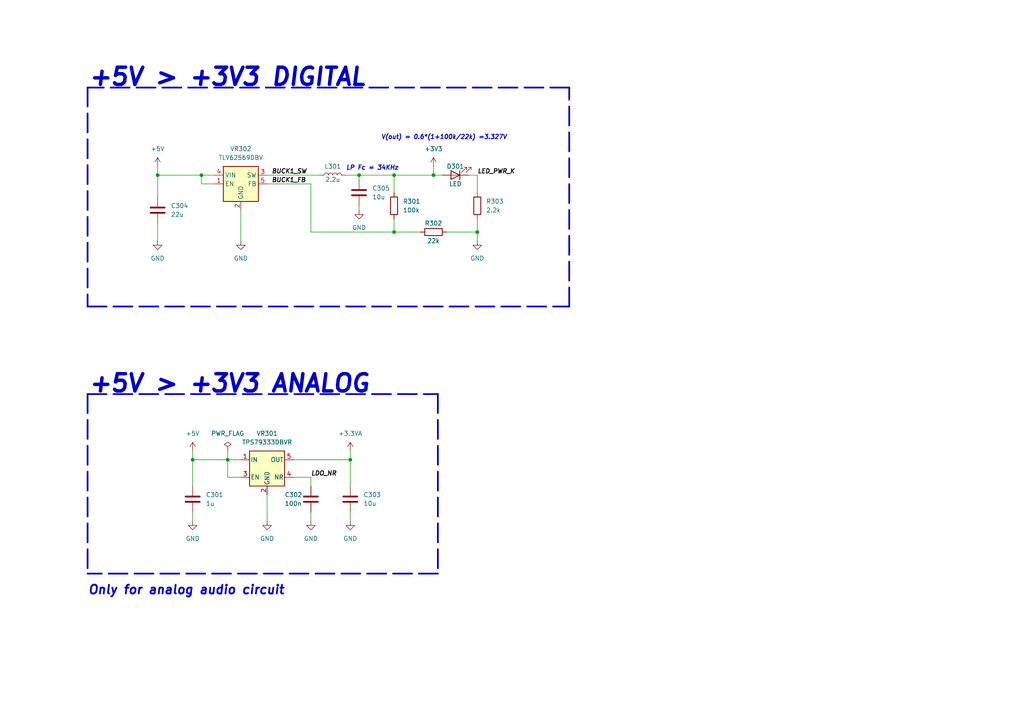
<source format=kicad_sch>
(kicad_sch (version 20211123) (generator eeschema)
  (paper "A4")
  (lib_symbols
    (symbol "MY CAPACITOR LIBRARY:CC0603KRX7R9BB104" (pin_numbers hide) (pin_names (offset 0.254))
      (property "Reference" "C6" (at -5.08 1.27 0))
      (property "Value" "CC0603KRX7R9BB104" (at -8.89 -1.27 0))
      (symbol "CC0603KRX7R9BB104_0_1"
        (polyline (pts (xy -2.032 -0.762) (xy 2.032 -0.762)) (stroke (width 0.508)))
        (polyline (pts (xy -2.032 0.762) (xy 2.032 0.762)) (stroke (width 0.508)))
      )
      (symbol "CC0603KRX7R9BB104_1_1"
        (pin passive line (at 0 3.81 270) (length 2.794) (name "~") (number "1"))
        (pin passive line (at 0 -3.81 90) (length 2.794) (name "~") (number "2"))
      )
    )
    (symbol "MY CAPACITOR LIBRARY:CL10A105KB8NNNC" (pin_numbers hide) (pin_names (offset 0.254))
      (property "Reference" "C5" (at 3.81 1.2701 0))
      (property "Value" "CL10A105KB8NNNC" (at 3.81 -1.2699 0))
      (symbol "CL10A105KB8NNNC_0_1"
        (polyline (pts (xy -2.032 -0.762) (xy 2.032 -0.762)) (stroke (width 0.508)))
        (polyline (pts (xy -2.032 0.762) (xy 2.032 0.762)) (stroke (width 0.508)))
      )
      (symbol "CL10A105KB8NNNC_1_1"
        (pin passive line (at 0 3.81 270) (length 2.794) (name "~") (number "1"))
        (pin passive line (at 0 -3.81 90) (length 2.794) (name "~") (number "2"))
      )
    )
    (symbol "MY CAPACITOR LIBRARY:CL10A106KP8NNNC" (pin_numbers hide) (pin_names (offset 0.254))
      (property "Reference" "C5" (at 3.81 1.2701 0))
      (property "Value" "CL10A106KP8NNNC" (at 3.81 -1.2699 0))
      (symbol "CL10A106KP8NNNC_0_1"
        (polyline (pts (xy -2.032 -0.762) (xy 2.032 -0.762)) (stroke (width 0.508)))
        (polyline (pts (xy -2.032 0.762) (xy 2.032 0.762)) (stroke (width 0.508)))
      )
      (symbol "CL10A106KP8NNNC_1_1"
        (pin passive line (at 0 3.81 270) (length 2.794) (name "~") (number "1"))
        (pin passive line (at 0 -3.81 90) (length 2.794) (name "~") (number "2"))
      )
    )
    (symbol "MY CAPACITOR LIBRARY:CL10A106MA8NRNC" (pin_numbers hide) (pin_names (offset 0.254))
      (property "Reference" "C7" (at 3.81 1.2701 0))
      (property "Value" "CL10A106MA8NRNC" (at 3.81 -1.2699 0))
      (symbol "CL10A106MA8NRNC_0_1"
        (polyline (pts (xy -2.032 -0.762) (xy 2.032 -0.762)) (stroke (width 0.508)))
        (polyline (pts (xy -2.032 0.762) (xy 2.032 0.762)) (stroke (width 0.508)))
      )
      (symbol "CL10A106MA8NRNC_1_1"
        (pin passive line (at 0 3.81 270) (length 2.794) (name "~") (number "1"))
        (pin passive line (at 0 -3.81 90) (length 2.794) (name "~") (number "2"))
      )
    )
    (symbol "MY CAPACITOR LIBRARY:CL10A226MQ8NRNC" (pin_numbers hide) (pin_names (offset 0.254))
      (property "Reference" "C3" (at 1.27 2.54 0))
      (property "Value" "CL10A226MQ8NRNC" (at 1.27 -2.54 0))
      (symbol "CL10A226MQ8NRNC_0_1"
        (polyline (pts (xy -2.032 -0.762) (xy 2.032 -0.762)) (stroke (width 0.508)))
        (polyline (pts (xy -2.032 0.762) (xy 2.032 0.762)) (stroke (width 0.508)))
      )
      (symbol "CL10A226MQ8NRNC_1_1"
        (pin passive line (at 0 3.81 270) (length 2.794) (name "~") (number "1"))
        (pin passive line (at 0 -3.81 90) (length 2.794) (name "~") (number "2"))
      )
    )
    (symbol "MY INDUCTOR LIBRARY:CD32YP0302-2R2M" (pin_numbers hide) (pin_names (offset 1.016) hide)
      (property "Reference" "L1" (at 0 2.54 0))
      (property "Value" "CD32YP0302-2R2M" (at 1.27 -2.54 0))
      (symbol "CD32YP0302-2R2M_0_1"
        (arc (start -1.27 0) (mid -1.905 0.635) (end -2.54 0))
        (arc (start 0 0) (mid -0.635 0.635) (end -1.27 0))
        (arc (start 1.27 0) (mid 0.635 0.635) (end 0 0))
        (arc (start 2.54 0) (mid 1.905 0.635) (end 1.27 0))
      )
      (symbol "CD32YP0302-2R2M_1_1"
        (pin passive line (at -3.81 0 0) (length 1.27) (name "1") (number "1"))
        (pin passive line (at 3.81 0 180) (length 1.27) (name "2") (number "2"))
      )
    )
    (symbol "MY LED LIBRARY:LED" (pin_numbers hide) (pin_names (offset 1.016) hide)
      (property "Reference" "D" (at 0 2.54 0))
      (property "Value" "LED" (at 0 -2.54 0))
      (symbol "LED_0_1"
        (polyline (pts (xy -1.27 -1.27) (xy -1.27 1.27)) (stroke (width 0.254)))
        (polyline (pts (xy -1.27 0) (xy 1.27 0)))
        (polyline (pts (xy 1.27 -1.27) (xy 1.27 1.27) (xy -1.27 0) (xy 1.27 -1.27)) (stroke (width 0.254)))
        (polyline (pts (xy -3.048 -0.762) (xy -4.572 -2.286) (xy -3.81 -2.286) (xy -4.572 -2.286) (xy -4.572 -1.524)))
        (polyline (pts (xy -1.778 -0.762) (xy -3.302 -2.286) (xy -2.54 -2.286) (xy -3.302 -2.286) (xy -3.302 -1.524)))
      )
      (symbol "LED_1_1"
        (pin passive line (at -3.81 0 0) (length 2.54) (name "K") (number "1"))
        (pin passive line (at 3.81 0 180) (length 2.54) (name "A") (number "2"))
      )
    )
    (symbol "MY REGULATOR LIBRARY:TLV62569DBV"
      (property "Reference" "VR" (at -5.08 6.35 0))
      (property "Value" "TLV62569DBV" (at 0 6.35 0))
      (symbol "TLV62569DBV_0_1"
        (rectangle (start -5.08 5.08) (end 5.08 -5.08) (stroke (width 0.254)) (fill (type background)))
      )
      (symbol "TLV62569DBV_1_1"
        (pin input line (at -7.62 0 0) (length 2.54) (name "EN") (number "1"))
        (pin power_in line (at 0 -7.62 90) (length 2.54) (name "GND") (number "2"))
        (pin power_out line (at 7.62 2.54 180) (length 2.54) (name "SW") (number "3"))
        (pin power_in line (at -7.62 2.54 0) (length 2.54) (name "VIN") (number "4"))
        (pin input line (at 7.62 0 180) (length 2.54) (name "FB") (number "5"))
      )
    )
    (symbol "MY REGULATOR LIBRARY:TPS79333DBVR" (pin_names (offset 0.254))
      (property "Reference" "VR2" (at 0 10.16 0))
      (property "Value" "TPS79333DBVR" (at 0 7.62 0))
      (symbol "TPS79333DBVR_1_1"
        (rectangle (start -5.08 5.08) (end 5.08 -5.08) (stroke (width 0.254)) (fill (type background)))
        (pin power_in line (at -7.62 2.54 0) (length 2.54) (name "IN") (number "1"))
        (pin power_in line (at 0 -7.62 90) (length 2.54) (name "GND") (number "2"))
        (pin input line (at -7.62 -2.54 0) (length 2.54) (name "EN") (number "3"))
        (pin bidirectional line (at 7.62 -2.54 180) (length 2.54) (name "NR") (number "4"))
        (pin power_out line (at 7.62 2.54 180) (length 2.54) (name "OUT") (number "5"))
      )
    )
    (symbol "MY RESISTOR LIBRARY:0603WAF1003T5E" (pin_numbers hide) (pin_names (offset 0))
      (property "Reference" "R" (at 2.032 0 90))
      (property "Value" "0603WAF1003T5E" (at 0 0 90))
      (symbol "0603WAF1003T5E_0_1"
        (rectangle (start -1.016 -2.54) (end 1.016 2.54) (stroke (width 0.254)))
      )
      (symbol "0603WAF1003T5E_1_1"
        (pin passive line (at 0 3.81 270) (length 1.27) (name "~") (number "1"))
        (pin passive line (at 0 -3.81 90) (length 1.27) (name "~") (number "2"))
      )
    )
    (symbol "MY RESISTOR LIBRARY:0603WAF2201T5E" (pin_numbers hide) (pin_names (offset 0))
      (property "Reference" "R" (at 2.032 0 90))
      (property "Value" "0603WAF2201T5E" (at 0 0 90))
      (symbol "0603WAF2201T5E_0_1"
        (rectangle (start -1.016 -2.54) (end 1.016 2.54) (stroke (width 0.254)))
      )
      (symbol "0603WAF2201T5E_1_1"
        (pin passive line (at 0 3.81 270) (length 1.27) (name "~") (number "1"))
        (pin passive line (at 0 -3.81 90) (length 1.27) (name "~") (number "2"))
      )
    )
    (symbol "MY RESISTOR LIBRARY:0603WAF2202T5E" (pin_numbers hide) (pin_names (offset 0))
      (property "Reference" "R" (at 2.032 0 90))
      (property "Value" "0603WAF2202T5E" (at 0 0 90))
      (symbol "0603WAF2202T5E_0_1"
        (rectangle (start -1.016 -2.54) (end 1.016 2.54) (stroke (width 0.254)))
      )
      (symbol "0603WAF2202T5E_1_1"
        (pin passive line (at 0 3.81 270) (length 1.27) (name "~") (number "1"))
        (pin passive line (at 0 -3.81 90) (length 1.27) (name "~") (number "2"))
      )
    )
    (symbol "power:+3.3VA" (power) (pin_names (offset 0))
      (property "Value" "+3.3VA" (at 0 3.556 0))
      (symbol "+3.3VA_0_1"
        (polyline (pts (xy -0.762 1.27) (xy 0 2.54)))
        (polyline (pts (xy 0 0) (xy 0 2.54)))
        (polyline (pts (xy 0 2.54) (xy 0.762 1.27)))
      )
      (symbol "+3.3VA_1_1"
        (pin power_in line (at 0 0 90) (length 0) hide (name "+3.3VA") (number "1"))
      )
    )
    (symbol "power:+3V3" (power) (pin_names (offset 0))
      (property "Value" "+3V3" (at 0 3.556 0))
      (symbol "+3V3_0_1"
        (polyline (pts (xy -0.762 1.27) (xy 0 2.54)))
        (polyline (pts (xy 0 0) (xy 0 2.54)))
        (polyline (pts (xy 0 2.54) (xy 0.762 1.27)))
      )
      (symbol "+3V3_1_1"
        (pin power_in line (at 0 0 90) (length 0) hide (name "+3V3") (number "1"))
      )
    )
    (symbol "power:+5V" (power) (pin_names (offset 0))
      (property "Value" "+5V" (at 0 3.556 0))
      (symbol "+5V_0_1"
        (polyline (pts (xy -0.762 1.27) (xy 0 2.54)))
        (polyline (pts (xy 0 0) (xy 0 2.54)))
        (polyline (pts (xy 0 2.54) (xy 0.762 1.27)))
      )
      (symbol "+5V_1_1"
        (pin power_in line (at 0 0 90) (length 0) hide (name "+5V") (number "1"))
      )
    )
    (symbol "power:GND" (power) (pin_names (offset 0))
      (property "Value" "GND" (at 0 -3.81 0))
      (symbol "GND_0_1"
        (polyline (pts (xy 0 0) (xy 0 -1.27) (xy 1.27 -1.27) (xy 0 -2.54) (xy -1.27 -1.27) (xy 0 -1.27)))
      )
      (symbol "GND_1_1"
        (pin power_in line (at 0 0 270) (length 0) hide (name "GND") (number "1"))
      )
    )
    (symbol "power:PWR_FLAG" (power) (pin_numbers hide) (pin_names (offset 0) hide)
      (property "Value" "PWR_FLAG" (at 0 3.81 0))
      (symbol "PWR_FLAG_0_0"
        (pin power_out line (at 0 0 90) (length 0) (name "pwr") (number "1"))
      )
      (symbol "PWR_FLAG_0_1"
        (polyline (pts (xy 0 0) (xy 0 1.27) (xy -1.016 1.905) (xy 0 2.54) (xy 1.016 1.905) (xy 0 1.27)))
      )
    )
  )
  (junction (at 114.3 50.8))
  (junction (at 138.43 67.31))
  (junction (at 104.14 50.8))
  (junction (at 58.42 50.8))
  (junction (at 125.73 50.8))
  (junction (at 101.6 133.35))
  (junction (at 45.72 50.8))
  (junction (at 55.88 133.35))
  (junction (at 66.04 133.35))
  (junction (at 114.3 67.31))
  (wire (pts (xy 138.43 67.31) (xy 138.43 69.85)))
  (polyline (pts (xy 25.4 25.4) (xy 25.4 88.9)) (stroke (width 0.5)))
  (wire (pts (xy 55.88 133.35) (xy 66.04 133.35)))
  (wire (pts (xy 104.14 60.96) (xy 104.14 59.69)))
  (polyline (pts (xy 25.4 88.9) (xy 165.1 88.9)) (stroke (width 0.5)))
  (wire (pts (xy 138.43 55.88) (xy 138.43 50.8)))
  (polyline (pts (xy 25.4 114.3) (xy 127 114.3)) (stroke (width 0.5)))
  (wire (pts (xy 69.85 138.43) (xy 66.04 138.43)))
  (wire (pts (xy 58.42 50.8) (xy 58.42 53.34)))
  (wire (pts (xy 101.6 130.81) (xy 101.6 133.35)))
  (wire (pts (xy 77.47 50.8) (xy 92.71 50.8)))
  (wire (pts (xy 90.17 67.31) (xy 114.3 67.31)))
  (wire (pts (xy 114.3 50.8) (xy 125.73 50.8)))
  (wire (pts (xy 55.88 140.97) (xy 55.88 133.35)))
  (wire (pts (xy 85.09 138.43) (xy 90.17 138.43)))
  (polyline (pts (xy 127 166.37) (xy 25.4 166.37)) (stroke (width 0.5)))
  (wire (pts (xy 135.89 50.8) (xy 138.43 50.8)))
  (wire (pts (xy 114.3 50.8) (xy 114.3 55.88)))
  (wire (pts (xy 45.72 48.26) (xy 45.72 50.8)))
  (wire (pts (xy 66.04 138.43) (xy 66.04 133.35)))
  (wire (pts (xy 104.14 50.8) (xy 114.3 50.8)))
  (wire (pts (xy 90.17 148.59) (xy 90.17 151.13)))
  (wire (pts (xy 90.17 138.43) (xy 90.17 140.97)))
  (wire (pts (xy 114.3 63.5) (xy 114.3 67.31)))
  (wire (pts (xy 45.72 57.15) (xy 45.72 50.8)))
  (wire (pts (xy 101.6 148.59) (xy 101.6 151.13)))
  (wire (pts (xy 114.3 67.31) (xy 121.92 67.31)))
  (polyline (pts (xy 25.4 114.3) (xy 25.4 166.37)) (stroke (width 0.5)))
  (wire (pts (xy 55.88 148.59) (xy 55.88 151.13)))
  (wire (pts (xy 100.33 50.8) (xy 104.14 50.8)))
  (wire (pts (xy 69.85 60.96) (xy 69.85 69.85)))
  (wire (pts (xy 77.47 53.34) (xy 90.17 53.34)))
  (wire (pts (xy 66.04 130.81) (xy 66.04 133.35)))
  (polyline (pts (xy 127 114.3) (xy 127 166.37)) (stroke (width 0.5)))
  (wire (pts (xy 58.42 53.34) (xy 62.23 53.34)))
  (wire (pts (xy 90.17 53.34) (xy 90.17 67.31)))
  (polyline (pts (xy 165.1 88.9) (xy 165.1 25.4)) (stroke (width 0.5)))
  (wire (pts (xy 129.54 67.31) (xy 138.43 67.31)))
  (wire (pts (xy 125.73 50.8) (xy 128.27 50.8)))
  (wire (pts (xy 45.72 50.8) (xy 58.42 50.8)))
  (wire (pts (xy 101.6 133.35) (xy 101.6 140.97)))
  (polyline (pts (xy 165.1 25.4) (xy 25.4 25.4)) (stroke (width 0.5)))
  (wire (pts (xy 45.72 64.77) (xy 45.72 69.85)))
  (wire (pts (xy 58.42 50.8) (xy 62.23 50.8)))
  (wire (pts (xy 125.73 48.26) (xy 125.73 50.8)))
  (wire (pts (xy 55.88 130.81) (xy 55.88 133.35)))
  (wire (pts (xy 77.47 143.51) (xy 77.47 151.13)))
  (wire (pts (xy 66.04 133.35) (xy 69.85 133.35)))
  (wire (pts (xy 138.43 63.5) (xy 138.43 67.31)))
  (wire (pts (xy 104.14 50.8) (xy 104.14 52.07)))
  (wire (pts (xy 85.09 133.35) (xy 101.6 133.35)))
  (text "LP Fc = 34KHz" (at 100.33 49.53 0) (effects (font (size 1.27 1.27) (thickness 0.254) bold italic) (justify left bottom)))
  (text "+5V > +3V3 DIGITAL" (at 25.4 25.4 0) (effects (font (size 5 5) bold italic) (justify left bottom)))
  (text "+5V > +3V3 ANALOG" (at 25.4 114.3 0) (effects (font (size 5 5) bold italic) (justify left bottom)))
  (text "Only for analog audio circuit" (at 25.4 172.72 0) (effects (font (size 2.54 2.54) bold italic) (justify left bottom)))
  (text "V(out) = 0.6*(1+100k/22k) =3.327V" (at 110.49 40.64 0) (effects (font (size 1.27 1.27) bold italic) (justify left bottom)))
  (label "LDO_NR" (at 90.17 138.43 0) (effects (font bold italic)))
  (label "LED_PWR_K" (at 138.43 50.8 0) (effects (font bold italic)))
  (label "BUCK1_SW" (at 78.74 50.8 0) (effects (font (thickness 0.254) bold italic)))
  (label "BUCK1_FB" (at 78.74 53.34 0) (effects (font (thickness 0.254) bold italic)))
  (symbol (lib_id "MY CAPACITOR LIBRARY:CL10A226MQ8NRNC") (at 45.72 60.96 0) (unit 1)
    (property "Reference" "C304" (at 49.53 59.6899 0) (effects (justify left)))
    (property "Value" "22u" (at 49.53 62.2299 0) (effects (justify left)))
    (property "Footprint" "MY CAPACITOR LIBRARY:0603_CL10A226MQ8NRNC" (effects hide))
  )
  (symbol (lib_id "MY LED LIBRARY:LED") (at 132.08 50.8 180) (unit 1)
    (property "Reference" "D301" (at 132.08 48.26 0))
    (property "Value" "LED" (at 132.08 53.34 0))
    (property "Footprint" "MY LED LIBRARY:LED_D3.0mm" (effects hide))
  )
  (symbol (lib_id "power:GND") (at 55.88 151.13 0) (unit 1)
    (property "Reference" "#PWR0106" (effects hide))
    (property "Value" "GND" (at 55.88 156.21 0))
  )
  (symbol (lib_id "MY CAPACITOR LIBRARY:CL10A105KB8NNNC") (at 55.88 144.78 0) (unit 1)
    (property "Reference" "C301" (at 59.69 143.5099 0) (effects (justify left)))
    (property "Value" "1u" (at 59.69 146.0499 0) (effects (justify left)))
    (property "Footprint" "MY CAPACITOR LIBRARY:CL10A105KB8NNNC_0603" (effects hide))
  )
  (symbol (lib_id "MY REGULATOR LIBRARY:TPS79333DBVR") (at 77.47 135.89 0) (unit 1)
    (property "Reference" "VR301" (at 77.47 125.73 0))
    (property "Value" "TPS79333DBVR" (at 77.47 128.27 0))
    (property "Footprint" "MY REGULATOR LIBRARY:TPS79333DBVR_SOT-23-5" (effects hide))
    (property "Datasheet" "http://www.ti.com/lit/ds/symlink/tps79333-ep.pdf" (effects hide))
  )
  (symbol (lib_id "MY CAPACITOR LIBRARY:CL10A106MA8NRNC") (at 104.14 55.88 0) (unit 1)
    (property "Reference" "C305" (at 107.95 54.6099 0) (effects (justify left)))
    (property "Value" "10u" (at 107.95 57.1499 0) (effects (justify left)))
    (property "Footprint" "MY CAPACITOR LIBRARY:CL10A106MA8NRNC_0603" (effects hide))
  )
  (symbol (lib_id "power:PWR_FLAG") (at 66.04 130.81 0) (unit 1)
    (property "Reference" "#FLG0101" (effects hide))
    (property "Value" "PWR_FLAG" (at 66.04 125.73 0))
  )
  (symbol (lib_id "MY REGULATOR LIBRARY:TLV62569DBV") (at 69.85 53.34 0) (unit 1)
    (property "Reference" "VR302" (at 69.85 43.18 0))
    (property "Value" "TLV62569DBV" (at 69.85 45.72 0))
    (property "Footprint" "MY REGULATOR LIBRARY:TLV62569DBVR" (effects hide))
    (property "Datasheet" "http://www.ti.com/lit/ds/symlink/tlv62568.pdf" (effects hide))
  )
  (symbol (lib_id "MY RESISTOR LIBRARY:0603WAF2201T5E") (at 138.43 59.69 0) (unit 1)
    (property "Reference" "R303" (at 140.97 58.4199 0) (effects (justify left)))
    (property "Value" "2.2k" (at 140.97 60.9599 0) (effects (justify left)))
    (property "Footprint" "MY RESISTOR LIBRARY:0402WGF2201TCE" (effects hide))
  )
  (symbol (lib_id "power:GND") (at 45.72 69.85 0) (unit 1)
    (property "Reference" "#PWR0302" (effects hide))
    (property "Value" "GND" (at 45.72 74.93 0))
  )
  (symbol (lib_id "MY RESISTOR LIBRARY:0603WAF2202T5E") (at 125.73 67.31 90) (unit 1)
    (property "Reference" "R302" (at 125.73 64.77 90))
    (property "Value" "22k" (at 125.73 69.85 90))
    (property "Footprint" "MY RESISTOR LIBRARY:0402WGF2202TCE" (effects hide))
  )
  (symbol (lib_id "power:GND") (at 69.85 69.85 0) (unit 1)
    (property "Reference" "#PWR0303" (effects hide))
    (property "Value" "GND" (at 69.85 74.93 0))
  )
  (symbol (lib_id "power:+5V") (at 45.72 48.26 0) (unit 1)
    (property "Reference" "#PWR0301" (effects hide))
    (property "Value" "+5V" (at 45.72 43.18 0))
  )
  (symbol (lib_id "power:GND") (at 77.47 151.13 0) (unit 1)
    (property "Reference" "#PWR0107" (effects hide))
    (property "Value" "GND" (at 77.47 156.21 0))
  )
  (symbol (lib_id "MY RESISTOR LIBRARY:0603WAF1003T5E") (at 114.3 59.69 0) (unit 1)
    (property "Reference" "R301" (at 116.84 58.4199 0) (effects (justify left)))
    (property "Value" "100k" (at 116.84 60.9599 0) (effects (justify left)))
    (property "Footprint" "MY RESISTOR LIBRARY:0402WGF1003TCE" (effects hide))
  )
  (symbol (lib_id "power:GND") (at 90.17 151.13 0) (unit 1)
    (property "Reference" "#PWR0109" (effects hide))
    (property "Value" "GND" (at 90.17 156.21 0))
  )
  (symbol (lib_id "MY CAPACITOR LIBRARY:CL10A106KP8NNNC") (at 101.6 144.78 0) (unit 1)
    (property "Reference" "C303" (at 105.41 143.5099 0) (effects (justify left)))
    (property "Value" "10u" (at 105.41 146.0499 0) (effects (justify left)))
    (property "Footprint" "MY CAPACITOR LIBRARY:0603_CL10A106KP8NNNC" (effects hide))
  )
  (symbol (lib_id "MY CAPACITOR LIBRARY:CC0603KRX7R9BB104") (at 90.17 144.78 0) (unit 1)
    (property "Reference" "C302" (at 82.55 143.51 0) (effects (justify left)))
    (property "Value" "100n" (at 82.55 146.05 0) (effects (justify left)))
    (property "Footprint" "MY CAPACITOR LIBRARY:CC0603KRX7R9BB104_0603" (effects hide))
  )
  (symbol (lib_id "power:+5V") (at 55.88 130.81 0) (unit 1)
    (property "Reference" "#PWR0105" (effects hide))
    (property "Value" "+5V" (at 55.88 125.73 0))
  )
  (symbol (lib_id "power:GND") (at 138.43 69.85 0) (unit 1)
    (property "Reference" "#PWR0306" (effects hide))
    (property "Value" "GND" (at 138.43 74.93 0))
  )
  (symbol (lib_id "power:+3V3") (at 125.73 48.26 0) (unit 1)
    (property "Reference" "#PWR0305" (effects hide))
    (property "Value" "+3V3" (at 125.73 43.18 0))
  )
  (symbol (lib_id "power:GND") (at 104.14 60.96 0) (unit 1)
    (property "Reference" "#PWR0304" (effects hide))
    (property "Value" "GND" (at 104.14 66.04 0))
  )
  (symbol (lib_id "power:GND") (at 101.6 151.13 0) (unit 1)
    (property "Reference" "#PWR0108" (effects hide))
    (property "Value" "GND" (at 101.6 156.21 0))
  )
  (symbol (lib_id "power:+3.3VA") (at 101.6 130.81 0) (unit 1)
    (property "Reference" "#PWR0104" (effects hide))
    (property "Value" "+3.3VA" (at 101.6 125.73 0))
  )
  (symbol (lib_id "MY INDUCTOR LIBRARY:CD32YP0302-2R2M") (at 96.52 50.8 0) (unit 1)
    (property "Reference" "L301" (at 96.52 48.26 0))
    (property "Value" "2.2u" (at 96.52 52.07 0))
    (property "Footprint" "MY INDUCTOR LIBRARY:CD32YP0302-2R2M" (effects hide))
  )
)
</source>
